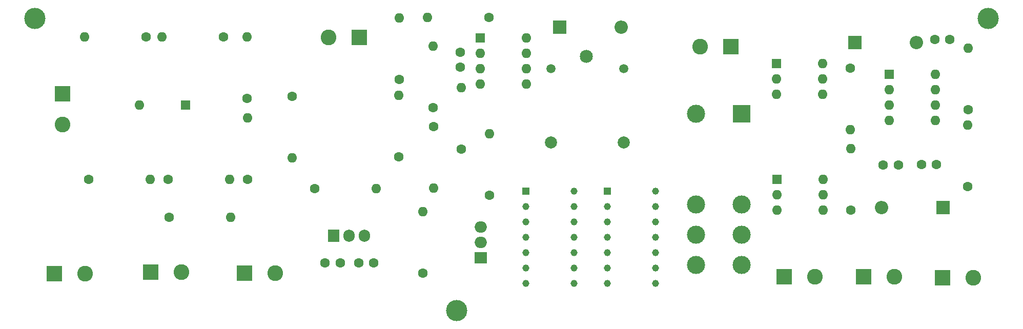
<source format=gbr>
%TF.GenerationSoftware,KiCad,Pcbnew,7.0.5*%
%TF.CreationDate,2023-12-24T17:04:19+05:30*%
%TF.ProjectId,TSALv3,5453414c-7633-42e6-9b69-6361645f7063,rev?*%
%TF.SameCoordinates,Original*%
%TF.FileFunction,Soldermask,Bot*%
%TF.FilePolarity,Negative*%
%FSLAX46Y46*%
G04 Gerber Fmt 4.6, Leading zero omitted, Abs format (unit mm)*
G04 Created by KiCad (PCBNEW 7.0.5) date 2023-12-24 17:04:19*
%MOMM*%
%LPD*%
G01*
G04 APERTURE LIST*
%ADD10C,3.500000*%
%ADD11C,1.600000*%
%ADD12O,1.600000X1.600000*%
%ADD13R,2.600000X2.600000*%
%ADD14C,2.600000*%
%ADD15R,1.905000X2.000000*%
%ADD16O,1.905000X2.000000*%
%ADD17R,1.170000X1.170000*%
%ADD18C,1.170000*%
%ADD19R,2.000000X1.905000*%
%ADD20O,2.000000X1.905000*%
%ADD21R,2.200000X2.200000*%
%ADD22O,2.200000X2.200000*%
%ADD23C,3.000000*%
%ADD24R,3.000000X3.000000*%
%ADD25R,1.600000X1.600000*%
%ADD26C,1.512000*%
%ADD27C,2.154000*%
%ADD28C,2.004000*%
G04 APERTURE END LIST*
D10*
%TO.C,REF\u002A\u002A*%
X134518400Y-83058000D03*
%TD*%
%TO.C,REF\u002A\u002A*%
X222351600Y-34798000D03*
%TD*%
%TO.C,REF\u002A\u002A*%
X64871600Y-34823400D03*
%TD*%
D11*
%TO.C,R19*%
X135280400Y-56362600D03*
D12*
X135280400Y-46202600D03*
%TD*%
D11*
%TO.C,R18*%
X125044200Y-44831000D03*
D12*
X125044200Y-34671000D03*
%TD*%
D11*
%TO.C,R4*%
X86842600Y-61391800D03*
D12*
X97002600Y-61391800D03*
%TD*%
D11*
%TO.C,R8*%
X96012000Y-37871400D03*
D12*
X85852000Y-37871400D03*
%TD*%
D11*
%TO.C,R1*%
X124993400Y-57632600D03*
D12*
X124993400Y-47472600D03*
%TD*%
D13*
%TO.C,J6*%
X179862400Y-39420600D03*
D14*
X174782400Y-39420600D03*
%TD*%
D15*
%TO.C,U5*%
X114249200Y-70688200D03*
D16*
X116789200Y-70688200D03*
X119329200Y-70688200D03*
%TD*%
D17*
%TO.C,U7*%
X159453600Y-63322200D03*
D18*
X159453600Y-65862200D03*
X159453600Y-68402200D03*
X159453600Y-70942200D03*
X159453600Y-73482200D03*
X159453600Y-76022200D03*
X159453600Y-78562200D03*
X167393600Y-78562200D03*
X167393600Y-76022200D03*
X167393600Y-73482200D03*
X167393600Y-70942200D03*
X167393600Y-68402200D03*
X167393600Y-65862200D03*
X167393600Y-63322200D03*
%TD*%
D11*
%TO.C,R16*%
X218998800Y-49860200D03*
D12*
X218998800Y-39700200D03*
%TD*%
D17*
%TO.C,U6*%
X146000900Y-63322200D03*
D18*
X146000900Y-65862200D03*
X146000900Y-68402200D03*
X146000900Y-70942200D03*
X146000900Y-73482200D03*
X146000900Y-76022200D03*
X146000900Y-78562200D03*
X153940900Y-78562200D03*
X153940900Y-76022200D03*
X153940900Y-73482200D03*
X153940900Y-70942200D03*
X153940900Y-68402200D03*
X153940900Y-65862200D03*
X153940900Y-63322200D03*
%TD*%
D11*
%TO.C,R3*%
X111074200Y-62941200D03*
D12*
X121234200Y-62941200D03*
%TD*%
D11*
%TO.C,R2*%
X73761600Y-61366400D03*
D12*
X83921600Y-61366400D03*
%TD*%
D11*
%TO.C,R10*%
X130632200Y-49555400D03*
D12*
X130632200Y-39395400D03*
%TD*%
D11*
%TO.C,C2*%
X135138000Y-42865200D03*
X135138000Y-40365200D03*
%TD*%
D19*
%TO.C,Q1*%
X138536800Y-74371200D03*
D20*
X138536800Y-71831200D03*
X138536800Y-69291200D03*
%TD*%
D12*
%TO.C,R28*%
X139928600Y-53822600D03*
D11*
X139928600Y-63982600D03*
%TD*%
%TO.C,R5*%
X107391200Y-47650400D03*
D12*
X107391200Y-57810400D03*
%TD*%
D21*
%TO.C,D3*%
X151536400Y-36271200D03*
D22*
X161696400Y-36271200D03*
%TD*%
D11*
%TO.C,R14*%
X199593200Y-43002200D03*
D12*
X199593200Y-53162200D03*
%TD*%
D13*
%TO.C,J1*%
X69418000Y-47264400D03*
D14*
X69418000Y-52344400D03*
%TD*%
D11*
%TO.C,C4*%
X213507000Y-38303200D03*
X216007000Y-38303200D03*
%TD*%
D13*
%TO.C,J4*%
X83997800Y-76733400D03*
D14*
X89077800Y-76733400D03*
%TD*%
D11*
%TO.C,C1*%
X115316000Y-75184000D03*
X112816000Y-75184000D03*
%TD*%
D13*
%TO.C,J7*%
X214828200Y-77597200D03*
D14*
X219908200Y-77597200D03*
%TD*%
D23*
%TO.C,K2*%
X181609100Y-70522500D03*
X181609100Y-65522500D03*
X181609100Y-75522500D03*
X174109100Y-70522500D03*
X174109100Y-65522500D03*
X174109100Y-75522500D03*
D24*
X181609100Y-50522500D03*
D23*
X174109100Y-50522500D03*
%TD*%
D11*
%TO.C,R12*%
X139877800Y-34620200D03*
D12*
X129717800Y-34620200D03*
%TD*%
D25*
%TO.C,D2*%
X89712800Y-49123600D03*
D12*
X82092800Y-49123600D03*
%TD*%
D13*
%TO.C,J5*%
X99441000Y-76885800D03*
D14*
X104521000Y-76885800D03*
%TD*%
D21*
%TO.C,D4*%
X214858600Y-66065400D03*
D22*
X204698600Y-66065400D03*
%TD*%
D26*
%TO.C,K1*%
X162102800Y-43070400D03*
X150102800Y-43070400D03*
D27*
X155982800Y-41070400D03*
D28*
X162102800Y-55270400D03*
X150102800Y-55270400D03*
%TD*%
D11*
%TO.C,C6*%
X211322600Y-58928000D03*
X213822600Y-58928000D03*
%TD*%
D13*
%TO.C,J8*%
X201747200Y-77444800D03*
D14*
X206827200Y-77444800D03*
%TD*%
D11*
%TO.C,C5*%
X204998000Y-59004200D03*
X207498000Y-59004200D03*
%TD*%
%TO.C,R17*%
X218922600Y-62585600D03*
D12*
X218922600Y-52425600D03*
%TD*%
D25*
%TO.C,U8*%
X187411200Y-61381400D03*
D12*
X187411200Y-63921400D03*
X187411200Y-66461400D03*
X195031200Y-66461400D03*
X195031200Y-63921400D03*
X195031200Y-61381400D03*
%TD*%
D11*
%TO.C,R7*%
X99923600Y-48006000D03*
D12*
X99923600Y-37846000D03*
%TD*%
D25*
%TO.C,U4*%
X206029400Y-44002800D03*
D12*
X206029400Y-46542800D03*
X206029400Y-49082800D03*
X206029400Y-51622800D03*
X213649400Y-51622800D03*
X213649400Y-49082800D03*
X213649400Y-46542800D03*
X213649400Y-44002800D03*
%TD*%
D11*
%TO.C,R9*%
X83235800Y-37820600D03*
D12*
X73075800Y-37820600D03*
%TD*%
D25*
%TO.C,U1*%
X138389200Y-38008400D03*
D12*
X138389200Y-40548400D03*
X138389200Y-43088400D03*
X138389200Y-45628400D03*
X146009200Y-45628400D03*
X146009200Y-43088400D03*
X146009200Y-40548400D03*
X146009200Y-38008400D03*
%TD*%
D11*
%TO.C,R6*%
X99974400Y-61417200D03*
D12*
X99974400Y-51257200D03*
%TD*%
D13*
%TO.C,J3*%
X68072000Y-76987400D03*
D14*
X73152000Y-76987400D03*
%TD*%
D11*
%TO.C,R27*%
X128981200Y-76885800D03*
D12*
X128981200Y-66725800D03*
%TD*%
D11*
%TO.C,R15*%
X87020400Y-67640200D03*
D12*
X97180400Y-67640200D03*
%TD*%
D25*
%TO.C,U3*%
X187360400Y-42255200D03*
D12*
X187360400Y-44795200D03*
X187360400Y-47335200D03*
X194980400Y-47335200D03*
X194980400Y-44795200D03*
X194980400Y-42255200D03*
%TD*%
D13*
%TO.C,J2*%
X118470600Y-37947400D03*
D14*
X113390600Y-37947400D03*
%TD*%
D13*
%TO.C,J9*%
X188666200Y-77444800D03*
D14*
X193746200Y-77444800D03*
%TD*%
D21*
%TO.C,D1*%
X200355200Y-38811200D03*
D22*
X210515200Y-38811200D03*
%TD*%
D11*
%TO.C,C3*%
X118333200Y-75184000D03*
X120833200Y-75184000D03*
%TD*%
%TO.C,R13*%
X199669400Y-66421000D03*
D12*
X199669400Y-56261000D03*
%TD*%
D11*
%TO.C,R11*%
X130683000Y-52679600D03*
D12*
X130683000Y-62839600D03*
%TD*%
M02*

</source>
